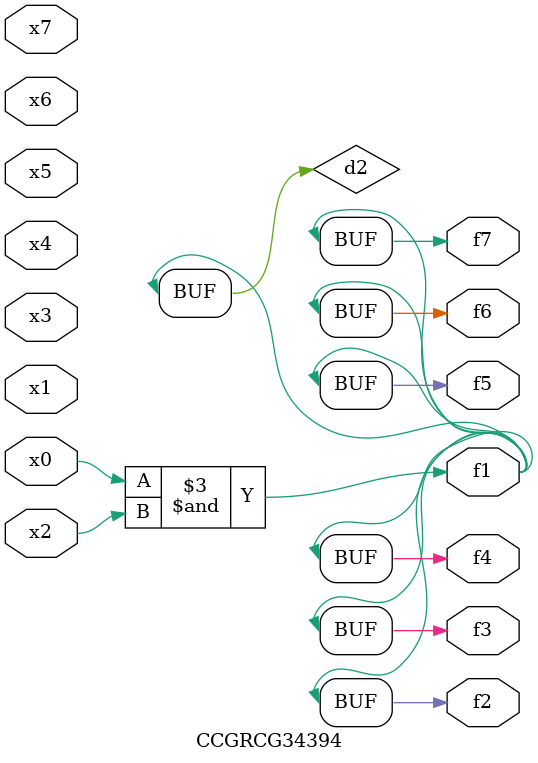
<source format=v>
module CCGRCG34394(
	input x0, x1, x2, x3, x4, x5, x6, x7,
	output f1, f2, f3, f4, f5, f6, f7
);

	wire d1, d2;

	nor (d1, x3, x6);
	and (d2, x0, x2);
	assign f1 = d2;
	assign f2 = d2;
	assign f3 = d2;
	assign f4 = d2;
	assign f5 = d2;
	assign f6 = d2;
	assign f7 = d2;
endmodule

</source>
